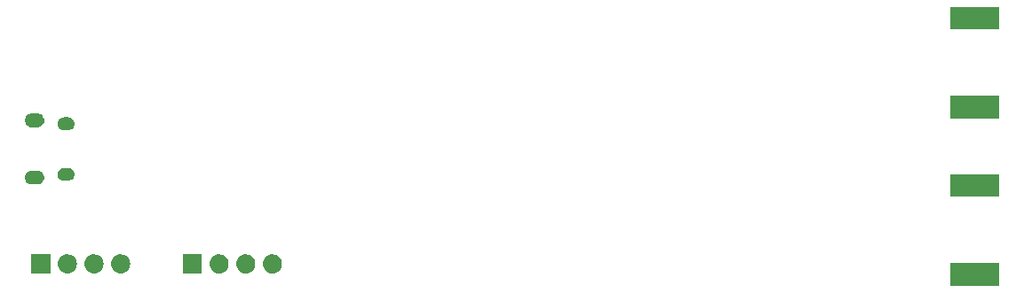
<source format=gbs>
G04 #@! TF.FileFunction,Soldermask,Bot*
%FSLAX46Y46*%
G04 Gerber Fmt 4.6, Leading zero omitted, Abs format (unit mm)*
G04 Created by KiCad (PCBNEW 4.0.5-e0-6337~49~ubuntu14.04.1) date Tue Feb 21 17:31:46 2017*
%MOMM*%
%LPD*%
G01*
G04 APERTURE LIST*
%ADD10C,0.100000*%
G04 APERTURE END LIST*
D10*
G36*
X211844000Y-91064000D02*
X207156000Y-91064000D01*
X207156000Y-88936000D01*
X211844000Y-88936000D01*
X211844000Y-91064000D01*
X211844000Y-91064000D01*
G37*
G36*
X123183735Y-88100238D02*
X123183748Y-88100242D01*
X123183785Y-88100246D01*
X123354189Y-88152995D01*
X123511102Y-88237838D01*
X123648548Y-88351542D01*
X123761290Y-88489778D01*
X123845035Y-88647280D01*
X123896593Y-88818048D01*
X123914000Y-88995578D01*
X123914000Y-89004422D01*
X123913911Y-89017183D01*
X123894027Y-89194453D01*
X123840090Y-89364485D01*
X123754154Y-89520802D01*
X123639492Y-89657450D01*
X123500473Y-89769225D01*
X123342390Y-89851868D01*
X123171267Y-89902233D01*
X123171233Y-89902236D01*
X123171220Y-89902240D01*
X122993621Y-89918403D01*
X122816265Y-89899762D01*
X122816252Y-89899758D01*
X122816215Y-89899754D01*
X122645811Y-89847005D01*
X122488898Y-89762162D01*
X122351452Y-89648458D01*
X122238710Y-89510222D01*
X122154965Y-89352720D01*
X122103407Y-89181952D01*
X122086000Y-89004422D01*
X122086000Y-88995578D01*
X122086089Y-88982817D01*
X122105973Y-88805547D01*
X122159910Y-88635515D01*
X122245846Y-88479198D01*
X122360508Y-88342550D01*
X122499527Y-88230775D01*
X122657610Y-88148132D01*
X122828733Y-88097767D01*
X122828767Y-88097764D01*
X122828780Y-88097760D01*
X123006379Y-88081597D01*
X123183735Y-88100238D01*
X123183735Y-88100238D01*
G37*
G36*
X142723735Y-88100238D02*
X142723748Y-88100242D01*
X142723785Y-88100246D01*
X142894189Y-88152995D01*
X143051102Y-88237838D01*
X143188548Y-88351542D01*
X143301290Y-88489778D01*
X143385035Y-88647280D01*
X143436593Y-88818048D01*
X143454000Y-88995578D01*
X143454000Y-89004422D01*
X143453911Y-89017183D01*
X143434027Y-89194453D01*
X143380090Y-89364485D01*
X143294154Y-89520802D01*
X143179492Y-89657450D01*
X143040473Y-89769225D01*
X142882390Y-89851868D01*
X142711267Y-89902233D01*
X142711233Y-89902236D01*
X142711220Y-89902240D01*
X142533621Y-89918403D01*
X142356265Y-89899762D01*
X142356252Y-89899758D01*
X142356215Y-89899754D01*
X142185811Y-89847005D01*
X142028898Y-89762162D01*
X141891452Y-89648458D01*
X141778710Y-89510222D01*
X141694965Y-89352720D01*
X141643407Y-89181952D01*
X141626000Y-89004422D01*
X141626000Y-88995578D01*
X141626089Y-88982817D01*
X141645973Y-88805547D01*
X141699910Y-88635515D01*
X141785846Y-88479198D01*
X141900508Y-88342550D01*
X142039527Y-88230775D01*
X142197610Y-88148132D01*
X142368733Y-88097767D01*
X142368767Y-88097764D01*
X142368780Y-88097760D01*
X142546379Y-88081597D01*
X142723735Y-88100238D01*
X142723735Y-88100238D01*
G37*
G36*
X140183735Y-88100238D02*
X140183748Y-88100242D01*
X140183785Y-88100246D01*
X140354189Y-88152995D01*
X140511102Y-88237838D01*
X140648548Y-88351542D01*
X140761290Y-88489778D01*
X140845035Y-88647280D01*
X140896593Y-88818048D01*
X140914000Y-88995578D01*
X140914000Y-89004422D01*
X140913911Y-89017183D01*
X140894027Y-89194453D01*
X140840090Y-89364485D01*
X140754154Y-89520802D01*
X140639492Y-89657450D01*
X140500473Y-89769225D01*
X140342390Y-89851868D01*
X140171267Y-89902233D01*
X140171233Y-89902236D01*
X140171220Y-89902240D01*
X139993621Y-89918403D01*
X139816265Y-89899762D01*
X139816252Y-89899758D01*
X139816215Y-89899754D01*
X139645811Y-89847005D01*
X139488898Y-89762162D01*
X139351452Y-89648458D01*
X139238710Y-89510222D01*
X139154965Y-89352720D01*
X139103407Y-89181952D01*
X139086000Y-89004422D01*
X139086000Y-88995578D01*
X139086089Y-88982817D01*
X139105973Y-88805547D01*
X139159910Y-88635515D01*
X139245846Y-88479198D01*
X139360508Y-88342550D01*
X139499527Y-88230775D01*
X139657610Y-88148132D01*
X139828733Y-88097767D01*
X139828767Y-88097764D01*
X139828780Y-88097760D01*
X140006379Y-88081597D01*
X140183735Y-88100238D01*
X140183735Y-88100238D01*
G37*
G36*
X128263735Y-88100238D02*
X128263748Y-88100242D01*
X128263785Y-88100246D01*
X128434189Y-88152995D01*
X128591102Y-88237838D01*
X128728548Y-88351542D01*
X128841290Y-88489778D01*
X128925035Y-88647280D01*
X128976593Y-88818048D01*
X128994000Y-88995578D01*
X128994000Y-89004422D01*
X128993911Y-89017183D01*
X128974027Y-89194453D01*
X128920090Y-89364485D01*
X128834154Y-89520802D01*
X128719492Y-89657450D01*
X128580473Y-89769225D01*
X128422390Y-89851868D01*
X128251267Y-89902233D01*
X128251233Y-89902236D01*
X128251220Y-89902240D01*
X128073621Y-89918403D01*
X127896265Y-89899762D01*
X127896252Y-89899758D01*
X127896215Y-89899754D01*
X127725811Y-89847005D01*
X127568898Y-89762162D01*
X127431452Y-89648458D01*
X127318710Y-89510222D01*
X127234965Y-89352720D01*
X127183407Y-89181952D01*
X127166000Y-89004422D01*
X127166000Y-88995578D01*
X127166089Y-88982817D01*
X127185973Y-88805547D01*
X127239910Y-88635515D01*
X127325846Y-88479198D01*
X127440508Y-88342550D01*
X127579527Y-88230775D01*
X127737610Y-88148132D01*
X127908733Y-88097767D01*
X127908767Y-88097764D01*
X127908780Y-88097760D01*
X128086379Y-88081597D01*
X128263735Y-88100238D01*
X128263735Y-88100238D01*
G37*
G36*
X137643735Y-88100238D02*
X137643748Y-88100242D01*
X137643785Y-88100246D01*
X137814189Y-88152995D01*
X137971102Y-88237838D01*
X138108548Y-88351542D01*
X138221290Y-88489778D01*
X138305035Y-88647280D01*
X138356593Y-88818048D01*
X138374000Y-88995578D01*
X138374000Y-89004422D01*
X138373911Y-89017183D01*
X138354027Y-89194453D01*
X138300090Y-89364485D01*
X138214154Y-89520802D01*
X138099492Y-89657450D01*
X137960473Y-89769225D01*
X137802390Y-89851868D01*
X137631267Y-89902233D01*
X137631233Y-89902236D01*
X137631220Y-89902240D01*
X137453621Y-89918403D01*
X137276265Y-89899762D01*
X137276252Y-89899758D01*
X137276215Y-89899754D01*
X137105811Y-89847005D01*
X136948898Y-89762162D01*
X136811452Y-89648458D01*
X136698710Y-89510222D01*
X136614965Y-89352720D01*
X136563407Y-89181952D01*
X136546000Y-89004422D01*
X136546000Y-88995578D01*
X136546089Y-88982817D01*
X136565973Y-88805547D01*
X136619910Y-88635515D01*
X136705846Y-88479198D01*
X136820508Y-88342550D01*
X136959527Y-88230775D01*
X137117610Y-88148132D01*
X137288733Y-88097767D01*
X137288767Y-88097764D01*
X137288780Y-88097760D01*
X137466379Y-88081597D01*
X137643735Y-88100238D01*
X137643735Y-88100238D01*
G37*
G36*
X125723735Y-88100238D02*
X125723748Y-88100242D01*
X125723785Y-88100246D01*
X125894189Y-88152995D01*
X126051102Y-88237838D01*
X126188548Y-88351542D01*
X126301290Y-88489778D01*
X126385035Y-88647280D01*
X126436593Y-88818048D01*
X126454000Y-88995578D01*
X126454000Y-89004422D01*
X126453911Y-89017183D01*
X126434027Y-89194453D01*
X126380090Y-89364485D01*
X126294154Y-89520802D01*
X126179492Y-89657450D01*
X126040473Y-89769225D01*
X125882390Y-89851868D01*
X125711267Y-89902233D01*
X125711233Y-89902236D01*
X125711220Y-89902240D01*
X125533621Y-89918403D01*
X125356265Y-89899762D01*
X125356252Y-89899758D01*
X125356215Y-89899754D01*
X125185811Y-89847005D01*
X125028898Y-89762162D01*
X124891452Y-89648458D01*
X124778710Y-89510222D01*
X124694965Y-89352720D01*
X124643407Y-89181952D01*
X124626000Y-89004422D01*
X124626000Y-88995578D01*
X124626089Y-88982817D01*
X124645973Y-88805547D01*
X124699910Y-88635515D01*
X124785846Y-88479198D01*
X124900508Y-88342550D01*
X125039527Y-88230775D01*
X125197610Y-88148132D01*
X125368733Y-88097767D01*
X125368767Y-88097764D01*
X125368780Y-88097760D01*
X125546379Y-88081597D01*
X125723735Y-88100238D01*
X125723735Y-88100238D01*
G37*
G36*
X135834000Y-89914000D02*
X134006000Y-89914000D01*
X134006000Y-88086000D01*
X135834000Y-88086000D01*
X135834000Y-89914000D01*
X135834000Y-89914000D01*
G37*
G36*
X121374000Y-89914000D02*
X119546000Y-89914000D01*
X119546000Y-88086000D01*
X121374000Y-88086000D01*
X121374000Y-89914000D01*
X121374000Y-89914000D01*
G37*
G36*
X211844000Y-82564000D02*
X207156000Y-82564000D01*
X207156000Y-80436000D01*
X211844000Y-80436000D01*
X211844000Y-82564000D01*
X211844000Y-82564000D01*
G37*
G36*
X120128412Y-80066028D02*
X120133693Y-80066065D01*
X120262475Y-80080510D01*
X120385999Y-80119694D01*
X120499560Y-80182125D01*
X120598832Y-80265424D01*
X120680034Y-80366418D01*
X120740072Y-80481261D01*
X120776661Y-80605579D01*
X120776664Y-80605613D01*
X120776668Y-80605626D01*
X120788409Y-80734634D01*
X120774868Y-80863466D01*
X120774864Y-80863479D01*
X120774860Y-80863516D01*
X120736539Y-80987310D01*
X120674903Y-81101304D01*
X120592299Y-81201155D01*
X120491874Y-81283060D01*
X120377453Y-81343899D01*
X120253394Y-81381354D01*
X120124422Y-81394000D01*
X119615545Y-81394000D01*
X119611588Y-81393972D01*
X119606307Y-81393935D01*
X119477525Y-81379490D01*
X119354001Y-81340306D01*
X119240440Y-81277875D01*
X119141168Y-81194576D01*
X119059966Y-81093582D01*
X118999928Y-80978739D01*
X118963339Y-80854421D01*
X118963336Y-80854387D01*
X118963332Y-80854374D01*
X118951591Y-80725366D01*
X118965132Y-80596534D01*
X118965136Y-80596521D01*
X118965140Y-80596484D01*
X119003461Y-80472690D01*
X119065097Y-80358696D01*
X119147701Y-80258845D01*
X119248126Y-80176940D01*
X119362547Y-80116101D01*
X119486606Y-80078646D01*
X119615578Y-80066000D01*
X120124455Y-80066000D01*
X120128412Y-80066028D01*
X120128412Y-80066028D01*
G37*
G36*
X123077816Y-79806027D02*
X123082512Y-79806060D01*
X123201597Y-79819417D01*
X123315819Y-79855651D01*
X123420829Y-79913380D01*
X123512625Y-79990407D01*
X123587712Y-80083796D01*
X123643230Y-80189992D01*
X123677063Y-80304948D01*
X123677066Y-80304977D01*
X123677071Y-80304995D01*
X123687927Y-80424285D01*
X123675406Y-80543412D01*
X123675402Y-80543425D01*
X123675398Y-80543462D01*
X123639963Y-80657935D01*
X123582968Y-80763344D01*
X123506584Y-80855676D01*
X123413721Y-80931414D01*
X123307916Y-80987671D01*
X123193199Y-81022306D01*
X123073939Y-81034000D01*
X122666027Y-81034000D01*
X122662184Y-81033973D01*
X122657488Y-81033940D01*
X122538403Y-81020583D01*
X122424181Y-80984349D01*
X122319171Y-80926620D01*
X122227375Y-80849593D01*
X122152288Y-80756204D01*
X122096770Y-80650008D01*
X122062937Y-80535052D01*
X122062934Y-80535023D01*
X122062929Y-80535005D01*
X122052073Y-80415715D01*
X122064594Y-80296588D01*
X122064598Y-80296575D01*
X122064602Y-80296538D01*
X122100037Y-80182065D01*
X122157032Y-80076656D01*
X122233416Y-79984324D01*
X122326279Y-79908586D01*
X122432084Y-79852329D01*
X122546801Y-79817694D01*
X122666061Y-79806000D01*
X123073973Y-79806000D01*
X123077816Y-79806027D01*
X123077816Y-79806027D01*
G37*
G36*
X123077816Y-74966027D02*
X123082512Y-74966060D01*
X123201597Y-74979417D01*
X123315819Y-75015651D01*
X123420829Y-75073380D01*
X123512625Y-75150407D01*
X123587712Y-75243796D01*
X123643230Y-75349992D01*
X123677063Y-75464948D01*
X123677066Y-75464977D01*
X123677071Y-75464995D01*
X123687927Y-75584285D01*
X123675406Y-75703412D01*
X123675402Y-75703425D01*
X123675398Y-75703462D01*
X123639963Y-75817935D01*
X123582968Y-75923344D01*
X123506584Y-76015676D01*
X123413721Y-76091414D01*
X123307916Y-76147671D01*
X123193199Y-76182306D01*
X123073939Y-76194000D01*
X122666027Y-76194000D01*
X122662184Y-76193973D01*
X122657488Y-76193940D01*
X122538403Y-76180583D01*
X122424181Y-76144349D01*
X122319171Y-76086620D01*
X122227375Y-76009593D01*
X122152288Y-75916204D01*
X122096770Y-75810008D01*
X122062937Y-75695052D01*
X122062934Y-75695023D01*
X122062929Y-75695005D01*
X122052073Y-75575715D01*
X122064594Y-75456588D01*
X122064598Y-75456575D01*
X122064602Y-75456538D01*
X122100037Y-75342065D01*
X122157032Y-75236656D01*
X122233416Y-75144324D01*
X122326279Y-75068586D01*
X122432084Y-75012329D01*
X122546801Y-74977694D01*
X122666061Y-74966000D01*
X123073973Y-74966000D01*
X123077816Y-74966027D01*
X123077816Y-74966027D01*
G37*
G36*
X120128412Y-74606028D02*
X120133693Y-74606065D01*
X120262475Y-74620510D01*
X120385999Y-74659694D01*
X120499560Y-74722125D01*
X120598832Y-74805424D01*
X120680034Y-74906418D01*
X120740072Y-75021261D01*
X120776661Y-75145579D01*
X120776664Y-75145613D01*
X120776668Y-75145626D01*
X120788409Y-75274634D01*
X120774868Y-75403466D01*
X120774864Y-75403479D01*
X120774860Y-75403516D01*
X120736539Y-75527310D01*
X120674903Y-75641304D01*
X120592299Y-75741155D01*
X120491874Y-75823060D01*
X120377453Y-75883899D01*
X120253394Y-75921354D01*
X120124422Y-75934000D01*
X119615545Y-75934000D01*
X119611588Y-75933972D01*
X119606307Y-75933935D01*
X119477525Y-75919490D01*
X119354001Y-75880306D01*
X119240440Y-75817875D01*
X119141168Y-75734576D01*
X119059966Y-75633582D01*
X118999928Y-75518739D01*
X118963339Y-75394421D01*
X118963336Y-75394387D01*
X118963332Y-75394374D01*
X118951591Y-75265366D01*
X118965132Y-75136534D01*
X118965136Y-75136521D01*
X118965140Y-75136484D01*
X119003461Y-75012690D01*
X119065097Y-74898696D01*
X119147701Y-74798845D01*
X119248126Y-74716940D01*
X119362547Y-74656101D01*
X119486606Y-74618646D01*
X119615578Y-74606000D01*
X120124455Y-74606000D01*
X120128412Y-74606028D01*
X120128412Y-74606028D01*
G37*
G36*
X211844000Y-75064000D02*
X207156000Y-75064000D01*
X207156000Y-72936000D01*
X211844000Y-72936000D01*
X211844000Y-75064000D01*
X211844000Y-75064000D01*
G37*
G36*
X211844000Y-66564000D02*
X207156000Y-66564000D01*
X207156000Y-64436000D01*
X211844000Y-64436000D01*
X211844000Y-66564000D01*
X211844000Y-66564000D01*
G37*
M02*

</source>
